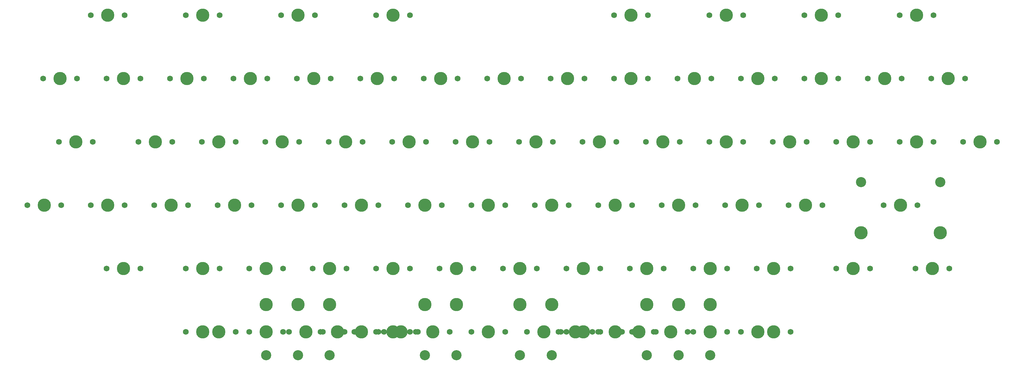
<source format=gbr>
%TF.GenerationSoftware,KiCad,Pcbnew,(7.0.0)*%
%TF.CreationDate,2024-01-04T19:15:55+01:00*%
%TF.ProjectId,HP 2621,48502032-3632-4312-9e6b-696361645f70,rev?*%
%TF.SameCoordinates,Original*%
%TF.FileFunction,Soldermask,Top*%
%TF.FilePolarity,Negative*%
%FSLAX46Y46*%
G04 Gerber Fmt 4.6, Leading zero omitted, Abs format (unit mm)*
G04 Created by KiCad (PCBNEW (7.0.0)) date 2024-01-04 19:15:55*
%MOMM*%
%LPD*%
G01*
G04 APERTURE LIST*
%ADD10C,1.750000*%
%ADD11C,3.987800*%
%ADD12C,3.048000*%
G04 APERTURE END LIST*
D10*
%TO.C,MX66*%
X59213750Y-120650000D03*
D11*
X64293750Y-120650000D03*
D10*
X69373750Y-120650000D03*
%TD*%
%TO.C,MX6*%
X216376250Y-25400000D03*
D11*
X221456250Y-25400000D03*
D10*
X226536250Y-25400000D03*
%TD*%
%TO.C,MX35*%
X235426250Y-63500000D03*
D11*
X240506250Y-63500000D03*
D10*
X245586250Y-63500000D03*
%TD*%
%TO.C,MX19*%
X206851250Y-44450000D03*
D11*
X211931250Y-44450000D03*
D10*
X217011250Y-44450000D03*
%TD*%
%TO.C,MX81*%
X116363750Y-120650000D03*
D11*
X121443750Y-120650000D03*
D10*
X126523750Y-120650000D03*
%TD*%
%TO.C,MX47*%
X163988750Y-82550000D03*
D11*
X169068750Y-82550000D03*
D10*
X174148750Y-82550000D03*
%TD*%
%TO.C,MX37*%
X273526250Y-63500000D03*
D11*
X278606250Y-63500000D03*
D10*
X283686250Y-63500000D03*
%TD*%
%TO.C,MX73*%
X211613750Y-120650000D03*
D11*
X216693750Y-120650000D03*
D10*
X221773750Y-120650000D03*
%TD*%
%TO.C,MX5*%
X187801250Y-25400000D03*
D11*
X192881250Y-25400000D03*
D10*
X197961250Y-25400000D03*
%TD*%
%TO.C,MX28*%
X102076250Y-63500000D03*
D11*
X107156250Y-63500000D03*
D10*
X112236250Y-63500000D03*
%TD*%
%TO.C,MX75*%
X63976250Y-120650000D03*
D11*
X69056250Y-120650000D03*
D10*
X74136250Y-120650000D03*
%TD*%
%TO.C,MX33*%
X197326250Y-63500000D03*
D11*
X202406250Y-63500000D03*
D10*
X207486250Y-63500000D03*
%TD*%
%TO.C,MX49*%
X202088750Y-82550000D03*
D11*
X207168750Y-82550000D03*
D10*
X212248750Y-82550000D03*
%TD*%
%TO.C,MX34*%
X216376250Y-63500000D03*
D11*
X221456250Y-63500000D03*
D10*
X226536250Y-63500000D03*
%TD*%
D12*
%TO.C,S5*%
X140493750Y-127635000D03*
D11*
X140493750Y-112395000D03*
D12*
X102393750Y-127635000D03*
D11*
X102393750Y-112395000D03*
%TD*%
D10*
%TO.C,MX65*%
X278288750Y-101600000D03*
D11*
X283368750Y-101600000D03*
D10*
X288448750Y-101600000D03*
%TD*%
D12*
%TO.C,S6*%
X197643750Y-127635000D03*
D11*
X197643750Y-112395000D03*
D12*
X159543750Y-127635000D03*
D11*
X159543750Y-112395000D03*
%TD*%
D10*
%TO.C,MX50*%
X221138750Y-82550000D03*
D11*
X226218750Y-82550000D03*
D10*
X231298750Y-82550000D03*
%TD*%
%TO.C,MX56*%
X97313750Y-101600000D03*
D11*
X102393750Y-101600000D03*
D10*
X107473750Y-101600000D03*
%TD*%
%TO.C,MX38*%
X292576250Y-63500000D03*
D11*
X297656250Y-63500000D03*
D10*
X302736250Y-63500000D03*
%TD*%
%TO.C,MX4*%
X116363750Y-25400000D03*
D11*
X121443750Y-25400000D03*
D10*
X126523750Y-25400000D03*
%TD*%
%TO.C,MX72*%
X190182500Y-120650000D03*
D11*
X195262500Y-120650000D03*
D10*
X200342500Y-120650000D03*
%TD*%
%TO.C,MX63*%
X230663750Y-101600000D03*
D11*
X235743750Y-101600000D03*
D10*
X240823750Y-101600000D03*
%TD*%
%TO.C,MX64*%
X254476250Y-101600000D03*
D11*
X259556250Y-101600000D03*
D10*
X264636250Y-101600000D03*
%TD*%
%TO.C,MX57*%
X116363750Y-101600000D03*
D11*
X121443750Y-101600000D03*
D10*
X126523750Y-101600000D03*
%TD*%
%TO.C,MX44*%
X106838750Y-82550000D03*
D11*
X111918750Y-82550000D03*
D10*
X116998750Y-82550000D03*
%TD*%
%TO.C,MX12*%
X73501250Y-44450000D03*
D11*
X78581250Y-44450000D03*
D10*
X83661250Y-44450000D03*
%TD*%
%TO.C,MX24*%
X21113750Y-63500000D03*
D11*
X26193750Y-63500000D03*
D10*
X31273750Y-63500000D03*
%TD*%
%TO.C,MX62*%
X211613750Y-101600000D03*
D11*
X216693750Y-101600000D03*
D10*
X221773750Y-101600000D03*
%TD*%
%TO.C,MX9*%
X16351250Y-44450000D03*
D11*
X21431250Y-44450000D03*
D10*
X26511250Y-44450000D03*
%TD*%
%TO.C,MX22*%
X264001250Y-44450000D03*
D11*
X269081250Y-44450000D03*
D10*
X274161250Y-44450000D03*
%TD*%
%TO.C,MX26*%
X63976250Y-63500000D03*
D11*
X69056250Y-63500000D03*
D10*
X74136250Y-63500000D03*
%TD*%
%TO.C,MX61*%
X192563750Y-101600000D03*
D11*
X197643750Y-101600000D03*
D10*
X202723750Y-101600000D03*
%TD*%
%TO.C,MX53*%
X35401250Y-101600000D03*
D11*
X40481250Y-101600000D03*
D10*
X45561250Y-101600000D03*
%TD*%
%TO.C,MX16*%
X149701250Y-44450000D03*
D11*
X154781250Y-44450000D03*
D10*
X159861250Y-44450000D03*
%TD*%
D12*
%TO.C,S1*%
X216693750Y-127635000D03*
D11*
X216693750Y-112395000D03*
D12*
X207168750Y-127635000D03*
D11*
X207168750Y-112395000D03*
D12*
X92868750Y-127635000D03*
D11*
X92868750Y-112395000D03*
D12*
X83343750Y-127635000D03*
D11*
X83343750Y-112395000D03*
%TD*%
D10*
%TO.C,MX41*%
X49688750Y-82550000D03*
D11*
X54768750Y-82550000D03*
D10*
X59848750Y-82550000D03*
%TD*%
%TO.C,MX74*%
X230663750Y-120650000D03*
D11*
X235743750Y-120650000D03*
D10*
X240823750Y-120650000D03*
%TD*%
%TO.C,MX21*%
X244951250Y-44450000D03*
D11*
X250031250Y-44450000D03*
D10*
X255111250Y-44450000D03*
%TD*%
%TO.C,MX77*%
X90170000Y-120650000D03*
D11*
X95250000Y-120650000D03*
D10*
X100330000Y-120650000D03*
%TD*%
%TO.C,MX54*%
X59213750Y-101600000D03*
D11*
X64293750Y-101600000D03*
D10*
X69373750Y-101600000D03*
%TD*%
%TO.C,MX69*%
X128270000Y-120650000D03*
D11*
X133350000Y-120650000D03*
D10*
X138430000Y-120650000D03*
%TD*%
%TO.C,MX80*%
X171132500Y-120650000D03*
D11*
X176212500Y-120650000D03*
D10*
X181292500Y-120650000D03*
%TD*%
%TO.C,MX48*%
X183038750Y-82550000D03*
D11*
X188118750Y-82550000D03*
D10*
X193198750Y-82550000D03*
%TD*%
%TO.C,MX67*%
X78263750Y-120650000D03*
D11*
X83343750Y-120650000D03*
D10*
X88423750Y-120650000D03*
%TD*%
%TO.C,MX15*%
X130651250Y-44450000D03*
D11*
X135731250Y-44450000D03*
D10*
X140811250Y-44450000D03*
%TD*%
%TO.C,MX29*%
X121126250Y-63500000D03*
D11*
X126206250Y-63500000D03*
D10*
X131286250Y-63500000D03*
%TD*%
D12*
%TO.C,S8*%
X207168750Y-127635000D03*
D11*
X207168750Y-112395000D03*
D12*
X169068750Y-127635000D03*
D11*
X169068750Y-112395000D03*
%TD*%
D10*
%TO.C,MX13*%
X92551250Y-44450000D03*
D11*
X97631250Y-44450000D03*
D10*
X102711250Y-44450000D03*
%TD*%
D12*
%TO.C,S3*%
X197643750Y-127635000D03*
D11*
X197643750Y-112395000D03*
D12*
X102393750Y-127635000D03*
D11*
X102393750Y-112395000D03*
%TD*%
D10*
%TO.C,MX36*%
X254476250Y-63500000D03*
D11*
X259556250Y-63500000D03*
D10*
X264636250Y-63500000D03*
%TD*%
%TO.C,MX18*%
X187801250Y-44450000D03*
D11*
X192881250Y-44450000D03*
D10*
X197961250Y-44450000D03*
%TD*%
%TO.C,MX43*%
X87788750Y-82550000D03*
D11*
X92868750Y-82550000D03*
D10*
X97948750Y-82550000D03*
%TD*%
%TO.C,MX42*%
X68738750Y-82550000D03*
D11*
X73818750Y-82550000D03*
D10*
X78898750Y-82550000D03*
%TD*%
%TO.C,MX40*%
X30638750Y-82550000D03*
D11*
X35718750Y-82550000D03*
D10*
X40798750Y-82550000D03*
%TD*%
%TO.C,MX70*%
X144938750Y-120650000D03*
D11*
X150018750Y-120650000D03*
D10*
X155098750Y-120650000D03*
%TD*%
%TO.C,MX46*%
X144938750Y-82550000D03*
D11*
X150018750Y-82550000D03*
D10*
X155098750Y-82550000D03*
%TD*%
%TO.C,MX79*%
X118745000Y-120650000D03*
D11*
X123825000Y-120650000D03*
D10*
X128905000Y-120650000D03*
%TD*%
%TO.C,MX14*%
X111601250Y-44450000D03*
D11*
X116681250Y-44450000D03*
D10*
X121761250Y-44450000D03*
%TD*%
%TO.C,MX83*%
X173513750Y-120650000D03*
D11*
X178593750Y-120650000D03*
D10*
X183673750Y-120650000D03*
%TD*%
%TO.C,MX30*%
X140176250Y-63500000D03*
D11*
X145256250Y-63500000D03*
D10*
X150336250Y-63500000D03*
%TD*%
%TO.C,MX58*%
X135413750Y-101600000D03*
D11*
X140493750Y-101600000D03*
D10*
X145573750Y-101600000D03*
%TD*%
%TO.C,MX84*%
X183038750Y-120650000D03*
D11*
X188118750Y-120650000D03*
D10*
X193198750Y-120650000D03*
%TD*%
%TO.C,MX82*%
X106838750Y-120650000D03*
D11*
X111918750Y-120650000D03*
D10*
X116998750Y-120650000D03*
%TD*%
%TO.C,MX71*%
X161607500Y-120650000D03*
D11*
X166687500Y-120650000D03*
D10*
X171767500Y-120650000D03*
%TD*%
%TO.C,MX27*%
X83026250Y-63500000D03*
D11*
X88106250Y-63500000D03*
D10*
X93186250Y-63500000D03*
%TD*%
%TO.C,MX78*%
X199707500Y-120650000D03*
D11*
X204787500Y-120650000D03*
D10*
X209867500Y-120650000D03*
%TD*%
%TO.C,MX11*%
X54451250Y-44450000D03*
D11*
X59531250Y-44450000D03*
D10*
X64611250Y-44450000D03*
%TD*%
%TO.C,MX52*%
X268763750Y-82550000D03*
D11*
X273843750Y-82550000D03*
D10*
X278923750Y-82550000D03*
%TD*%
%TO.C,MX17*%
X168751250Y-44450000D03*
D11*
X173831250Y-44450000D03*
D10*
X178911250Y-44450000D03*
%TD*%
%TO.C,MX3*%
X87788750Y-25400000D03*
D11*
X92868750Y-25400000D03*
D10*
X97948750Y-25400000D03*
%TD*%
%TO.C,MX10*%
X35401250Y-44450000D03*
D11*
X40481250Y-44450000D03*
D10*
X45561250Y-44450000D03*
%TD*%
%TO.C,MX20*%
X225901250Y-44450000D03*
D11*
X230981250Y-44450000D03*
D10*
X236061250Y-44450000D03*
%TD*%
%TO.C,MX7*%
X244951250Y-25400000D03*
D11*
X250031250Y-25400000D03*
D10*
X255111250Y-25400000D03*
%TD*%
%TO.C,MX45*%
X125888750Y-82550000D03*
D11*
X130968750Y-82550000D03*
D10*
X136048750Y-82550000D03*
%TD*%
%TO.C,MX25*%
X44926250Y-63500000D03*
D11*
X50006250Y-63500000D03*
D10*
X55086250Y-63500000D03*
%TD*%
%TO.C,MX60*%
X173513750Y-101600000D03*
D11*
X178593750Y-101600000D03*
D10*
X183673750Y-101600000D03*
%TD*%
%TO.C,MX8*%
X273526250Y-25400000D03*
D11*
X278606250Y-25400000D03*
D10*
X283686250Y-25400000D03*
%TD*%
%TO.C,MX39*%
X11588750Y-82550000D03*
D11*
X16668750Y-82550000D03*
D10*
X21748750Y-82550000D03*
%TD*%
%TO.C,MX23*%
X283051250Y-44450000D03*
D11*
X288131250Y-44450000D03*
D10*
X293211250Y-44450000D03*
%TD*%
%TO.C,MX59*%
X154463750Y-101600000D03*
D11*
X159543750Y-101600000D03*
D10*
X164623750Y-101600000D03*
%TD*%
%TO.C,MX1*%
X30638750Y-25400000D03*
D11*
X35718750Y-25400000D03*
D10*
X40798750Y-25400000D03*
%TD*%
%TO.C,MX76*%
X225901250Y-120650000D03*
D11*
X230981250Y-120650000D03*
D10*
X236061250Y-120650000D03*
%TD*%
D12*
%TO.C,S7*%
X130968750Y-127635000D03*
D11*
X130968750Y-112395000D03*
D12*
X92868750Y-127635000D03*
D11*
X92868750Y-112395000D03*
%TD*%
D10*
%TO.C,MX32*%
X178276250Y-63500000D03*
D11*
X183356250Y-63500000D03*
D10*
X188436250Y-63500000D03*
%TD*%
D12*
%TO.C,S9*%
X261937500Y-75565000D03*
D11*
X261937500Y-90805000D03*
D12*
X285750000Y-75565000D03*
D11*
X285750000Y-90805000D03*
%TD*%
D10*
%TO.C,MX68*%
X99695000Y-120650000D03*
D11*
X104775000Y-120650000D03*
D10*
X109855000Y-120650000D03*
%TD*%
%TO.C,MX31*%
X159226250Y-63500000D03*
D11*
X164306250Y-63500000D03*
D10*
X169386250Y-63500000D03*
%TD*%
%TO.C,MX51*%
X240188750Y-82550000D03*
D11*
X245268750Y-82550000D03*
D10*
X250348750Y-82550000D03*
%TD*%
%TO.C,MX55*%
X78263750Y-101600000D03*
D11*
X83343750Y-101600000D03*
D10*
X88423750Y-101600000D03*
%TD*%
%TO.C,MX2*%
X59213750Y-25400000D03*
D11*
X64293750Y-25400000D03*
D10*
X69373750Y-25400000D03*
%TD*%
M02*

</source>
